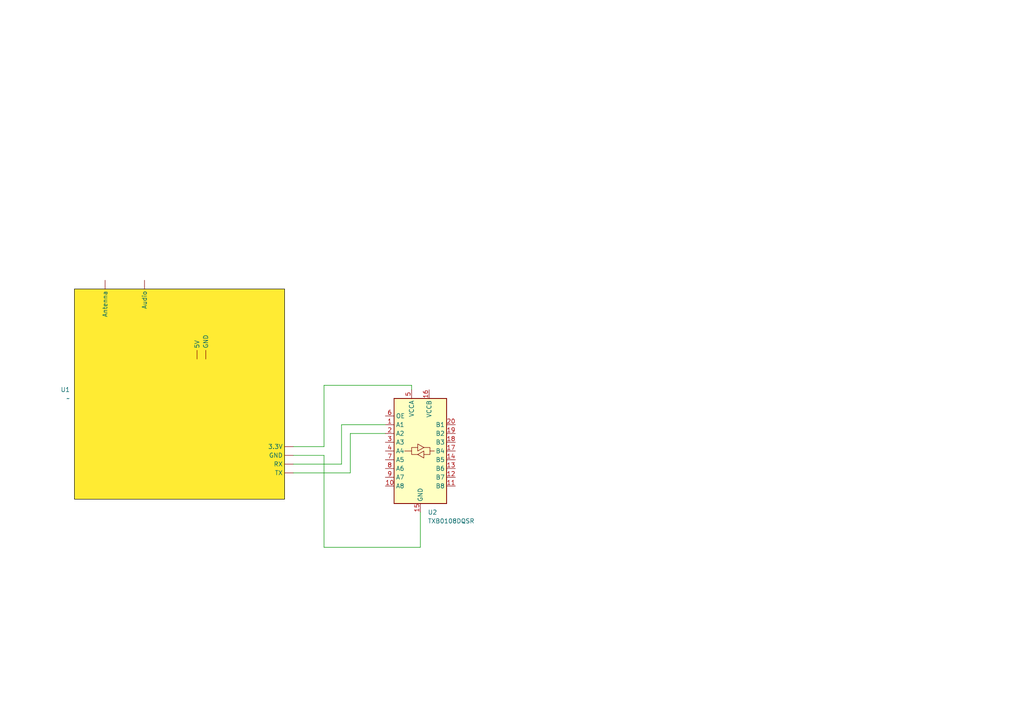
<source format=kicad_sch>
(kicad_sch (version 20250114) (generator "eeschema") (generator_version "9.0")
  (paper "A4")
  (lib_symbols
    (symbol "DL1SKD:ATS20+"
      (property "Reference" "U" (at -20.32 -34.29 0))
      (symbol "ATS20+_1_1"
        (rectangle (start -24.13 19.05) (end 36.83 -41.91) (stroke (width 0) (color 0 0 0 1)) (fill (type color) (color 255 235 51 1)))
        (pin input line (at -15.24 21.59 270) (length 2.54) (name "Antenna") (number ""))
        (pin output line (at -3.81 21.59 270) (length 2.54) (name "Audio") (number ""))
        (pin bidirectional line (at 11.43 -1.27 90) (length 2.54) (name "5V") (number ""))
        (pin bidirectional line (at 13.97 -1.27 90) (length 2.54) (name "GND") (number ""))
        (pin bidirectional line (at 39.37 -26.67 180) (length 2.54) (name "3.3V") (number ""))
        (pin bidirectional line (at 39.37 -29.21 180) (length 2.54) (name "GND") (number ""))
        (pin input line (at 39.37 -31.75 180) (length 2.54) (name "RX") (number ""))
        (pin output line (at 39.37 -34.29 180) (length 2.54) (name "TX") (number ""))
      )
    )
    (symbol "Logic_LevelTranslator:TXB0108DQSR"
      (property "Reference" "U" (at -6.35 16.51 0))
      (property "Value" "TXB0108DQSR" (at 3.81 16.51 0))
      (symbol "TXB0108DQSR_0_1"
        (rectangle (start -7.62 15.24) (end 7.62 -15.24) (stroke (width 0.254)) (fill (type background)))
        (polyline (pts (xy -2.54 0) (xy -2.54 1.016) (xy -0.762 1.016)))
        (polyline (pts (xy -0.762 -1.016) (xy -2.54 -1.016) (xy -2.54 0) (xy -4.572 0)))
        (polyline (pts (xy -0.762 -1.016) (xy 1.016 0) (xy 1.016 -2.032) (xy -0.762 -1.016)))
        (polyline (pts (xy 1.016 1.016) (xy -0.762 0) (xy -0.762 2.032) (xy 1.016 1.016)))
        (polyline (pts (xy 1.016 1.016) (xy 2.794 1.016) (xy 2.794 0) (xy 4.064 0)))
        (polyline (pts (xy 2.794 0) (xy 2.794 -1.016) (xy 1.016 -1.016)))
      )
      (symbol "TXB0108DQSR_1_1"
        (pin input line (at -10.16 10.16 0) (length 2.54) (name "OE") (number "6"))
        (pin bidirectional line (at -10.16 7.62 0) (length 2.54) (name "A1") (number "1"))
        (pin bidirectional line (at -10.16 5.08 0) (length 2.54) (name "A2") (number "2"))
        (pin bidirectional line (at -10.16 2.54 0) (length 2.54) (name "A3") (number "3"))
        (pin bidirectional line (at -10.16 0 0) (length 2.54) (name "A4") (number "4"))
        (pin bidirectional line (at -10.16 -2.54 0) (length 2.54) (name "A5") (number "7"))
        (pin bidirectional line (at -10.16 -5.08 0) (length 2.54) (name "A6") (number "8"))
        (pin bidirectional line (at -10.16 -7.62 0) (length 2.54) (name "A7") (number "9"))
        (pin bidirectional line (at -10.16 -10.16 0) (length 2.54) (name "A8") (number "10"))
        (pin power_in line (at -2.54 17.78 270) (length 2.54) (name "VCCA") (number "5"))
        (pin power_in line (at 0 -17.78 90) (length 2.54) (name "GND") (number "15"))
        (pin power_in line (at 2.54 17.78 270) (length 2.54) (name "VCCB") (number "16"))
        (pin bidirectional line (at 10.16 7.62 180) (length 2.54) (name "B1") (number "20"))
        (pin bidirectional line (at 10.16 5.08 180) (length 2.54) (name "B2") (number "19"))
        (pin bidirectional line (at 10.16 2.54 180) (length 2.54) (name "B3") (number "18"))
        (pin bidirectional line (at 10.16 0 180) (length 2.54) (name "B4") (number "17"))
        (pin bidirectional line (at 10.16 -2.54 180) (length 2.54) (name "B5") (number "14"))
        (pin bidirectional line (at 10.16 -5.08 180) (length 2.54) (name "B6") (number "13"))
        (pin bidirectional line (at 10.16 -7.62 180) (length 2.54) (name "B7") (number "12"))
        (pin bidirectional line (at 10.16 -10.16 180) (length 2.54) (name "B8") (number "11"))
      )
    )
  )
  (wire (pts (xy 93.98 158.75) (xy 121.92 158.75)))
  (wire (pts (xy 93.98 129.54) (xy 85.09 129.54)))
  (wire (pts (xy 93.98 111.76) (xy 119.38 111.76)))
  (wire (pts (xy 101.6 137.16) (xy 101.6 125.73)))
  (wire (pts (xy 101.6 125.73) (xy 111.76 125.73)))
  (wire (pts (xy 93.98 132.08) (xy 93.98 158.75)))
  (wire (pts (xy 99.06 123.19) (xy 99.06 134.62)))
  (wire (pts (xy 85.09 132.08) (xy 93.98 132.08)))
  (wire (pts (xy 93.98 111.76) (xy 93.98 129.54)))
  (wire (pts (xy 119.38 111.76) (xy 119.38 113.03)))
  (wire (pts (xy 101.6 137.16) (xy 85.09 137.16)))
  (wire (pts (xy 99.06 134.62) (xy 85.09 134.62)))
  (wire (pts (xy 121.92 158.75) (xy 121.92 148.59)))
  (wire (pts (xy 99.06 123.19) (xy 111.76 123.19)))
  (symbol (lib_id "Logic_LevelTranslator:TXB0108DQSR") (at 121.92 130.81 0) (unit 1)
    (property "Reference" "U2" (at 124.0633 148.59 0) (effects (justify left)))
    (property "Value" "TXB0108DQSR" (at 124.0633 151.13 0) (effects (justify left)))
    (property "Footprint" "Package_SON:USON-20_2x4mm_P0.4mm" (effects (hide yes)))
    (property "Datasheet" "http://www.ti.com/lit/ds/symlink/txb0108.pdf" (effects (hide yes)))
    (property "Description" "8-Bit Bidirectional Voltage-Level Translator, Auto Direction Sensing and ±15-kV ESD Protection, 1.2 - 3.6V APort, 1.65 - 5.5V BPort, USON-20" (effects (hide yes)))
  )
  (symbol (lib_id "DL1SKD:ATS20+") (at 45.72 102.87 0) (unit 1)
    (property "Reference" "U1" (at 20.32 113.0299 0) (effects (justify right)))
    (property "Value" "~" (at 20.32 115.5699 0) (effects (justify right)))
    (property "Footprint" "ATS20+" (effects (hide yes)))
  )
)
</source>
